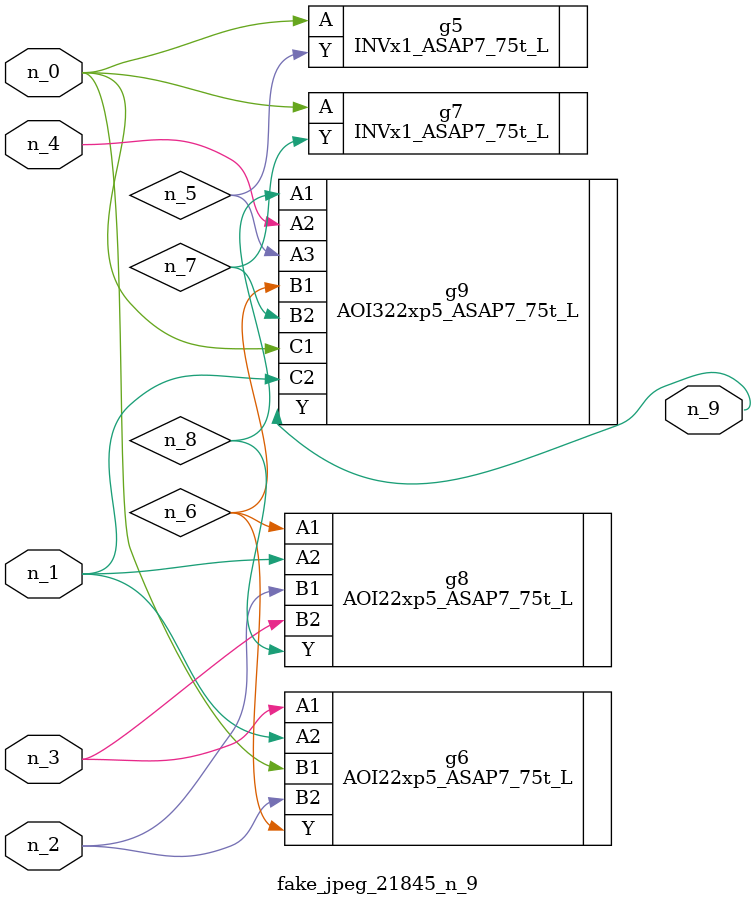
<source format=v>
module fake_jpeg_21845_n_9 (n_3, n_2, n_1, n_0, n_4, n_9);

input n_3;
input n_2;
input n_1;
input n_0;
input n_4;

output n_9;

wire n_8;
wire n_6;
wire n_5;
wire n_7;

INVx1_ASAP7_75t_L g5 ( 
.A(n_0),
.Y(n_5)
);

AOI22xp5_ASAP7_75t_L g6 ( 
.A1(n_3),
.A2(n_1),
.B1(n_0),
.B2(n_2),
.Y(n_6)
);

INVx1_ASAP7_75t_L g7 ( 
.A(n_0),
.Y(n_7)
);

AOI22xp5_ASAP7_75t_L g8 ( 
.A1(n_6),
.A2(n_1),
.B1(n_2),
.B2(n_3),
.Y(n_8)
);

AOI322xp5_ASAP7_75t_L g9 ( 
.A1(n_8),
.A2(n_4),
.A3(n_5),
.B1(n_6),
.B2(n_7),
.C1(n_0),
.C2(n_1),
.Y(n_9)
);


endmodule
</source>
